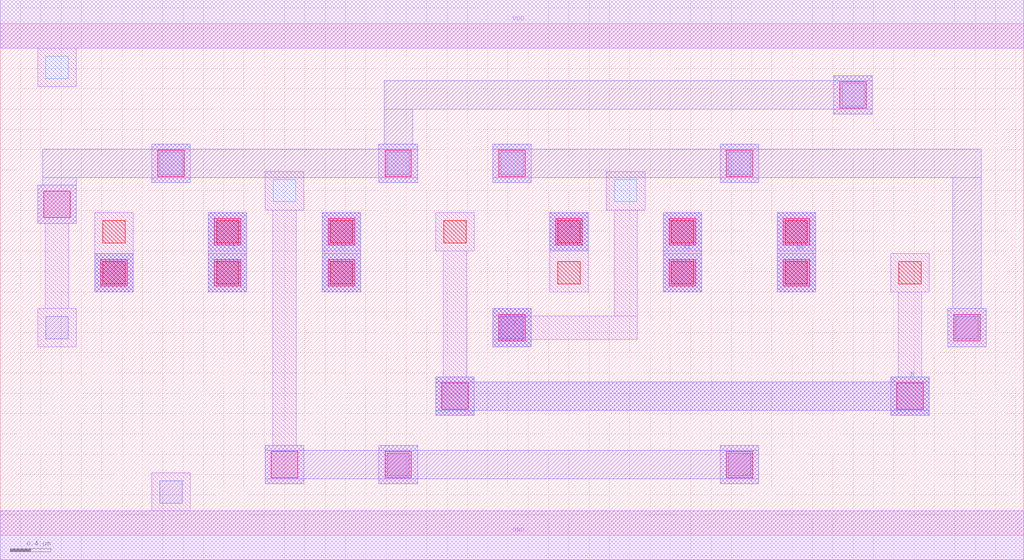
<source format=lef>
MACRO AAOAOI2221
 CLASS CORE ;
 FOREIGN AAOAOI2221 0 0 ;
 SIZE 10.08 BY 5.04 ;
 ORIGIN 0 0 ;
 SYMMETRY X Y R90 ;
 SITE unit ;
  PIN VDD
   DIRECTION INOUT ;
   USE POWER ;
   SHAPE ABUTMENT ;
    PORT
     CLASS CORE ;
       LAYER met1 ;
        RECT 0.00000000 4.80000000 10.08000000 5.28000000 ;
    END
  END VDD

  PIN GND
   DIRECTION INOUT ;
   USE POWER ;
   SHAPE ABUTMENT ;
    PORT
     CLASS CORE ;
       LAYER met1 ;
        RECT 0.00000000 -0.24000000 10.08000000 0.24000000 ;
    END
  END GND

  PIN Y
   DIRECTION INOUT ;
   USE SIGNAL ;
   SHAPE ABUTMENT ;
    PORT
     CLASS CORE ;
       LAYER met2 ;
        RECT 4.85000000 1.85700000 5.23000000 2.23700000 ;
    END
  END Y

  PIN D
   DIRECTION INOUT ;
   USE SIGNAL ;
   SHAPE ABUTMENT ;
    PORT
     CLASS CORE ;
       LAYER met2 ;
        RECT 0.93000000 2.39700000 1.31000000 2.77700000 ;
    END
  END D

  PIN B1
   DIRECTION INOUT ;
   USE SIGNAL ;
   SHAPE ABUTMENT ;
    PORT
     CLASS CORE ;
       LAYER met2 ;
        RECT 7.65000000 2.39700000 8.03000000 3.18200000 ;
    END
  END B1

  PIN C
   DIRECTION INOUT ;
   USE SIGNAL ;
   SHAPE ABUTMENT ;
    PORT
     CLASS CORE ;
       LAYER met2 ;
        RECT 3.17000000 2.39700000 3.55000000 3.18200000 ;
    END
  END C

  PIN B
   DIRECTION INOUT ;
   USE SIGNAL ;
   SHAPE ABUTMENT ;
    PORT
     CLASS CORE ;
       LAYER met2 ;
        RECT 4.29000000 1.18200000 4.67000000 1.23200000 ;
        RECT 8.77000000 1.18200000 9.15000000 1.23200000 ;
        RECT 4.29000000 1.23200000 9.15000000 1.51200000 ;
        RECT 4.29000000 1.51200000 4.67000000 1.56200000 ;
        RECT 8.77000000 1.51200000 9.15000000 1.56200000 ;
    END
  END B

  PIN A
   DIRECTION INOUT ;
   USE SIGNAL ;
   SHAPE ABUTMENT ;
    PORT
     CLASS CORE ;
       LAYER met2 ;
        RECT 5.41000000 2.80200000 5.79000000 3.18200000 ;
    END
  END A

  PIN A1
   DIRECTION INOUT ;
   USE SIGNAL ;
   SHAPE ABUTMENT ;
    PORT
     CLASS CORE ;
       LAYER met2 ;
        RECT 6.53000000 2.39700000 6.91000000 3.18200000 ;
    END
  END A1

  PIN C1
   DIRECTION INOUT ;
   USE SIGNAL ;
   SHAPE ABUTMENT ;
    PORT
     CLASS CORE ;
       LAYER met2 ;
        RECT 2.05000000 2.39700000 2.43000000 3.18200000 ;
    END
  END C1

 OBS
    LAYER polycont ;
     RECT 1.01000000 2.47700000 1.23000000 2.69700000 ;
     RECT 2.13000000 2.47700000 2.35000000 2.69700000 ;
     RECT 3.25000000 2.47700000 3.47000000 2.69700000 ;
     RECT 5.49000000 2.47700000 5.71000000 2.69700000 ;
     RECT 6.61000000 2.47700000 6.83000000 2.69700000 ;
     RECT 7.73000000 2.47700000 7.95000000 2.69700000 ;
     RECT 8.85000000 2.47700000 9.07000000 2.69700000 ;
     RECT 1.01000000 2.88200000 1.23000000 3.10200000 ;
     RECT 2.13000000 2.88200000 2.35000000 3.10200000 ;
     RECT 3.25000000 2.88200000 3.47000000 3.10200000 ;
     RECT 4.37000000 2.88200000 4.59000000 3.10200000 ;
     RECT 5.49000000 2.88200000 5.71000000 3.10200000 ;
     RECT 6.61000000 2.88200000 6.83000000 3.10200000 ;
     RECT 7.73000000 2.88200000 7.95000000 3.10200000 ;

    LAYER pdiffc ;
     RECT 2.69000000 3.28700000 2.91000000 3.50700000 ;
     RECT 6.05000000 3.28700000 6.27000000 3.50700000 ;
     RECT 1.57000000 3.55700000 1.79000000 3.77700000 ;
     RECT 3.81000000 3.55700000 4.03000000 3.77700000 ;
     RECT 4.93000000 3.55700000 5.15000000 3.77700000 ;
     RECT 7.17000000 3.55700000 7.39000000 3.77700000 ;
     RECT 8.29000000 4.23200000 8.51000000 4.45200000 ;
     RECT 0.45000000 4.50200000 0.67000000 4.72200000 ;

    LAYER ndiffc ;
     RECT 1.57000000 0.31700000 1.79000000 0.53700000 ;
     RECT 3.81000000 0.58700000 4.03000000 0.80700000 ;
     RECT 7.17000000 0.58700000 7.39000000 0.80700000 ;
     RECT 0.45000000 1.93700000 0.67000000 2.15700000 ;
     RECT 4.93000000 1.93700000 5.15000000 2.15700000 ;
     RECT 9.41000000 1.93700000 9.63000000 2.15700000 ;

    LAYER met1 ;
     RECT 0.00000000 -0.24000000 10.08000000 0.24000000 ;
     RECT 1.49000000 0.24000000 1.87000000 0.61700000 ;
     RECT 3.73000000 0.50700000 4.11000000 0.88700000 ;
     RECT 7.09000000 0.50700000 7.47000000 0.88700000 ;
     RECT 9.33000000 1.85700000 9.71000000 2.23700000 ;
     RECT 2.05000000 2.39700000 2.43000000 2.77700000 ;
     RECT 3.17000000 2.39700000 3.55000000 2.77700000 ;
     RECT 6.53000000 2.39700000 6.91000000 2.77700000 ;
     RECT 7.65000000 2.39700000 8.03000000 2.77700000 ;
     RECT 8.77000000 1.18200000 9.15000000 1.56200000 ;
     RECT 8.84500000 1.56200000 9.07500000 2.39700000 ;
     RECT 8.77000000 2.39700000 9.15000000 2.77700000 ;
     RECT 0.93000000 2.39700000 1.31000000 3.18200000 ;
     RECT 2.05000000 2.80200000 2.43000000 3.18200000 ;
     RECT 3.17000000 2.80200000 3.55000000 3.18200000 ;
     RECT 4.29000000 1.18200000 4.67000000 1.56200000 ;
     RECT 4.36500000 1.56200000 4.59500000 2.80200000 ;
     RECT 4.29000000 2.80200000 4.67000000 3.18200000 ;
     RECT 5.41000000 2.39700000 5.79000000 3.18200000 ;
     RECT 6.53000000 2.80200000 6.91000000 3.18200000 ;
     RECT 7.65000000 2.80200000 8.03000000 3.18200000 ;
     RECT 0.37000000 1.85700000 0.75000000 2.23700000 ;
     RECT 0.44500000 2.23700000 0.67500000 3.07200000 ;
     RECT 0.37000000 3.07200000 0.75000000 3.45200000 ;
     RECT 2.61000000 0.50700000 2.99000000 0.88700000 ;
     RECT 2.68500000 0.88700000 2.91500000 3.20700000 ;
     RECT 2.61000000 3.20700000 2.99000000 3.58700000 ;
     RECT 4.85000000 1.85700000 5.23000000 1.93200000 ;
     RECT 4.85000000 1.93200000 6.27500000 2.16200000 ;
     RECT 4.85000000 2.16200000 5.23000000 2.23700000 ;
     RECT 6.04500000 2.16200000 6.27500000 3.20700000 ;
     RECT 5.97000000 3.20700000 6.35000000 3.58700000 ;
     RECT 1.49000000 3.47700000 1.87000000 3.85700000 ;
     RECT 3.73000000 3.47700000 4.11000000 3.85700000 ;
     RECT 4.85000000 3.47700000 5.23000000 3.85700000 ;
     RECT 7.09000000 3.47700000 7.47000000 3.85700000 ;
     RECT 8.21000000 4.15200000 8.59000000 4.53200000 ;
     RECT 0.37000000 4.42200000 0.75000000 4.80000000 ;
     RECT 0.00000000 4.80000000 10.08000000 5.28000000 ;

    LAYER via1 ;
     RECT 2.67000000 0.56700000 2.93000000 0.82700000 ;
     RECT 3.79000000 0.56700000 4.05000000 0.82700000 ;
     RECT 7.15000000 0.56700000 7.41000000 0.82700000 ;
     RECT 4.35000000 1.24200000 4.61000000 1.50200000 ;
     RECT 8.83000000 1.24200000 9.09000000 1.50200000 ;
     RECT 4.91000000 1.91700000 5.17000000 2.17700000 ;
     RECT 9.39000000 1.91700000 9.65000000 2.17700000 ;
     RECT 0.99000000 2.45700000 1.25000000 2.71700000 ;
     RECT 2.11000000 2.45700000 2.37000000 2.71700000 ;
     RECT 3.23000000 2.45700000 3.49000000 2.71700000 ;
     RECT 6.59000000 2.45700000 6.85000000 2.71700000 ;
     RECT 7.71000000 2.45700000 7.97000000 2.71700000 ;
     RECT 2.11000000 2.86200000 2.37000000 3.12200000 ;
     RECT 3.23000000 2.86200000 3.49000000 3.12200000 ;
     RECT 5.47000000 2.86200000 5.73000000 3.12200000 ;
     RECT 6.59000000 2.86200000 6.85000000 3.12200000 ;
     RECT 7.71000000 2.86200000 7.97000000 3.12200000 ;
     RECT 0.43000000 3.13200000 0.69000000 3.39200000 ;
     RECT 1.55000000 3.53700000 1.81000000 3.79700000 ;
     RECT 3.79000000 3.53700000 4.05000000 3.79700000 ;
     RECT 4.91000000 3.53700000 5.17000000 3.79700000 ;
     RECT 7.15000000 3.53700000 7.41000000 3.79700000 ;
     RECT 8.27000000 4.21200000 8.53000000 4.47200000 ;

    LAYER met2 ;
     RECT 2.61000000 0.50700000 2.99000000 0.55700000 ;
     RECT 3.73000000 0.50700000 4.11000000 0.55700000 ;
     RECT 7.09000000 0.50700000 7.47000000 0.55700000 ;
     RECT 2.61000000 0.55700000 7.47000000 0.83700000 ;
     RECT 2.61000000 0.83700000 2.99000000 0.88700000 ;
     RECT 3.73000000 0.83700000 4.11000000 0.88700000 ;
     RECT 7.09000000 0.83700000 7.47000000 0.88700000 ;
     RECT 4.29000000 1.18200000 4.67000000 1.23200000 ;
     RECT 8.77000000 1.18200000 9.15000000 1.23200000 ;
     RECT 4.29000000 1.23200000 9.15000000 1.51200000 ;
     RECT 4.29000000 1.51200000 4.67000000 1.56200000 ;
     RECT 8.77000000 1.51200000 9.15000000 1.56200000 ;
     RECT 4.85000000 1.85700000 5.23000000 2.23700000 ;
     RECT 0.93000000 2.39700000 1.31000000 2.77700000 ;
     RECT 2.05000000 2.39700000 2.43000000 3.18200000 ;
     RECT 3.17000000 2.39700000 3.55000000 3.18200000 ;
     RECT 5.41000000 2.80200000 5.79000000 3.18200000 ;
     RECT 6.53000000 2.39700000 6.91000000 3.18200000 ;
     RECT 7.65000000 2.39700000 8.03000000 3.18200000 ;
     RECT 9.33000000 1.85700000 9.71000000 2.23700000 ;
     RECT 4.85000000 3.47700000 5.23000000 3.52700000 ;
     RECT 7.09000000 3.47700000 7.47000000 3.52700000 ;
     RECT 9.38000000 2.23700000 9.66000000 3.52700000 ;
     RECT 4.85000000 3.52700000 9.66000000 3.80700000 ;
     RECT 4.85000000 3.80700000 5.23000000 3.85700000 ;
     RECT 7.09000000 3.80700000 7.47000000 3.85700000 ;
     RECT 0.37000000 3.07200000 0.75000000 3.45200000 ;
     RECT 0.42000000 3.45200000 0.75000000 3.52700000 ;
     RECT 1.49000000 3.47700000 1.87000000 3.52700000 ;
     RECT 3.73000000 3.47700000 4.11000000 3.52700000 ;
     RECT 0.42000000 3.52700000 4.11000000 3.80700000 ;
     RECT 1.49000000 3.80700000 1.87000000 3.85700000 ;
     RECT 3.73000000 3.80700000 4.11000000 3.85700000 ;
     RECT 3.78000000 3.85700000 4.06000000 4.20200000 ;
     RECT 8.21000000 4.15200000 8.59000000 4.20200000 ;
     RECT 3.78000000 4.20200000 8.59000000 4.48200000 ;
     RECT 8.21000000 4.48200000 8.59000000 4.53200000 ;

 END
END AAOAOI2221

</source>
